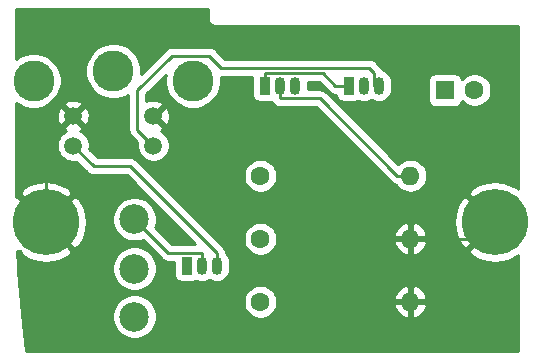
<source format=gbr>
G04 #@! TF.GenerationSoftware,KiCad,Pcbnew,(5.1.4)-1*
G04 #@! TF.CreationDate,2020-05-22T23:55:23+02:00*
G04 #@! TF.ProjectId,S-VHS ZX Spectrum,532d5648-5320-45a5-9820-537065637472,rev?*
G04 #@! TF.SameCoordinates,Original*
G04 #@! TF.FileFunction,Copper,L1,Top*
G04 #@! TF.FilePolarity,Positive*
%FSLAX46Y46*%
G04 Gerber Fmt 4.6, Leading zero omitted, Abs format (unit mm)*
G04 Created by KiCad (PCBNEW (5.1.4)-1) date 2020-05-22 23:55:23*
%MOMM*%
%LPD*%
G04 APERTURE LIST*
%ADD10C,1.500000*%
%ADD11C,3.465000*%
%ADD12R,1.600000X1.600000*%
%ADD13C,1.600000*%
%ADD14O,1.600000X1.600000*%
%ADD15C,5.600000*%
%ADD16C,2.499360*%
%ADD17R,0.900000X1.500000*%
%ADD18O,0.900000X1.500000*%
%ADD19C,0.250000*%
%ADD20C,0.254000*%
G04 APERTURE END LIST*
D10*
X141240000Y-93504000D03*
X148040000Y-93504000D03*
X141240000Y-96004000D03*
X148040000Y-96004000D03*
D11*
X137890000Y-90504000D03*
X144640000Y-89704000D03*
X151390000Y-90504000D03*
D12*
X172720000Y-91313000D03*
D13*
X175220000Y-91313000D03*
X157099000Y-103886000D03*
D14*
X169799000Y-103886000D03*
D15*
X138938000Y-102489000D03*
X176950000Y-102489000D03*
D16*
X146431000Y-102235000D03*
X146431000Y-106426000D03*
X146431000Y-110490000D03*
D17*
X150876000Y-106172000D03*
D18*
X153416000Y-106172000D03*
X152146000Y-106172000D03*
X158750000Y-90932000D03*
X160020000Y-90932000D03*
D17*
X157480000Y-90932000D03*
X164592000Y-90932000D03*
D18*
X167132000Y-90932000D03*
X165862000Y-90932000D03*
D14*
X169799000Y-98552000D03*
D13*
X157099000Y-98552000D03*
D14*
X169799000Y-109220000D03*
D13*
X157099000Y-109220000D03*
D19*
X169799000Y-98552000D02*
X168673700Y-98552000D01*
X158750000Y-90932000D02*
X158750000Y-92007300D01*
X158750000Y-92007300D02*
X162129000Y-92007300D01*
X162129000Y-92007300D02*
X168673700Y-98552000D01*
X169799000Y-103886000D02*
X168673700Y-103886000D01*
X168673700Y-103886000D02*
X160291700Y-95504000D01*
X175553000Y-103886000D02*
X176950000Y-102489000D01*
X169799000Y-103886000D02*
X175553000Y-103886000D01*
X150040000Y-95504000D02*
X148040000Y-93504000D01*
X160291700Y-95504000D02*
X150040000Y-95504000D01*
X138938000Y-95806000D02*
X141240000Y-93504000D01*
X138938000Y-102489000D02*
X138938000Y-95806000D01*
X141490001Y-96253999D02*
X141213204Y-96253999D01*
X153416000Y-105096700D02*
X153416000Y-106172000D01*
X146073299Y-97753999D02*
X153416000Y-105096700D01*
X142989999Y-97753999D02*
X141240000Y-96004000D01*
X146073299Y-97753999D02*
X142989999Y-97753999D01*
X166751000Y-89856700D02*
X166300600Y-89406300D01*
X166751000Y-90932000D02*
X166751000Y-89856700D01*
X166300600Y-89406300D02*
X153798700Y-89406300D01*
X153798700Y-89406300D02*
X152781000Y-88388600D01*
X152781000Y-88388600D02*
X149602600Y-88388600D01*
X149602600Y-88388600D02*
X146685000Y-91306200D01*
X146685000Y-94649000D02*
X148040000Y-96004000D01*
X146685000Y-91306200D02*
X146685000Y-94649000D01*
X152146000Y-106172000D02*
X152146000Y-105096700D01*
X152146000Y-105096700D02*
X149292700Y-105096700D01*
X149292700Y-105096700D02*
X146431000Y-102235000D01*
X164211000Y-90932000D02*
X163435700Y-90932000D01*
X157480000Y-90932000D02*
X157480000Y-89856700D01*
X157480000Y-89856700D02*
X162360400Y-89856700D01*
X162360400Y-89856700D02*
X163435700Y-90932000D01*
D20*
G36*
X152629000Y-85184580D02*
G01*
X152625807Y-85217000D01*
X152638550Y-85346383D01*
X152676290Y-85470793D01*
X152737575Y-85585450D01*
X152820052Y-85685948D01*
X152920550Y-85768425D01*
X153035207Y-85829710D01*
X153159617Y-85867450D01*
X153289000Y-85880193D01*
X153321419Y-85877000D01*
X178918000Y-85877000D01*
X178918001Y-99686069D01*
X178874692Y-99623823D01*
X178278741Y-99303388D01*
X177631727Y-99105374D01*
X176958516Y-99037390D01*
X176284977Y-99102051D01*
X175636994Y-99296870D01*
X175039470Y-99614361D01*
X175025308Y-99623823D01*
X174713124Y-100072519D01*
X176950000Y-102309395D01*
X176964143Y-102295253D01*
X177143748Y-102474858D01*
X177129605Y-102489000D01*
X177143748Y-102503143D01*
X176964143Y-102682748D01*
X176950000Y-102668605D01*
X174713124Y-104905481D01*
X175025308Y-105354177D01*
X175621259Y-105674612D01*
X176268273Y-105872626D01*
X176941484Y-105940610D01*
X177615023Y-105875949D01*
X178263006Y-105681130D01*
X178860530Y-105363639D01*
X178874692Y-105354177D01*
X178918001Y-105291930D01*
X178918001Y-113386000D01*
X137248430Y-113386000D01*
X136935802Y-110304375D01*
X144546320Y-110304375D01*
X144546320Y-110675625D01*
X144618747Y-111039741D01*
X144760818Y-111382731D01*
X144967074Y-111691413D01*
X145229587Y-111953926D01*
X145538269Y-112160182D01*
X145881259Y-112302253D01*
X146245375Y-112374680D01*
X146616625Y-112374680D01*
X146980741Y-112302253D01*
X147323731Y-112160182D01*
X147632413Y-111953926D01*
X147894926Y-111691413D01*
X148101182Y-111382731D01*
X148243253Y-111039741D01*
X148315680Y-110675625D01*
X148315680Y-110304375D01*
X148243253Y-109940259D01*
X148101182Y-109597269D01*
X147894926Y-109288587D01*
X147685004Y-109078665D01*
X155664000Y-109078665D01*
X155664000Y-109361335D01*
X155719147Y-109638574D01*
X155827320Y-109899727D01*
X155984363Y-110134759D01*
X156184241Y-110334637D01*
X156419273Y-110491680D01*
X156680426Y-110599853D01*
X156957665Y-110655000D01*
X157240335Y-110655000D01*
X157517574Y-110599853D01*
X157778727Y-110491680D01*
X158013759Y-110334637D01*
X158213637Y-110134759D01*
X158370680Y-109899727D01*
X158478853Y-109638574D01*
X158492684Y-109569039D01*
X168407096Y-109569039D01*
X168447754Y-109703087D01*
X168567963Y-109957420D01*
X168735481Y-110183414D01*
X168943869Y-110372385D01*
X169185119Y-110517070D01*
X169449960Y-110611909D01*
X169672000Y-110490624D01*
X169672000Y-109347000D01*
X169926000Y-109347000D01*
X169926000Y-110490624D01*
X170148040Y-110611909D01*
X170412881Y-110517070D01*
X170654131Y-110372385D01*
X170862519Y-110183414D01*
X171030037Y-109957420D01*
X171150246Y-109703087D01*
X171190904Y-109569039D01*
X171068915Y-109347000D01*
X169926000Y-109347000D01*
X169672000Y-109347000D01*
X168529085Y-109347000D01*
X168407096Y-109569039D01*
X158492684Y-109569039D01*
X158534000Y-109361335D01*
X158534000Y-109078665D01*
X158492685Y-108870961D01*
X168407096Y-108870961D01*
X168529085Y-109093000D01*
X169672000Y-109093000D01*
X169672000Y-107949376D01*
X169926000Y-107949376D01*
X169926000Y-109093000D01*
X171068915Y-109093000D01*
X171190904Y-108870961D01*
X171150246Y-108736913D01*
X171030037Y-108482580D01*
X170862519Y-108256586D01*
X170654131Y-108067615D01*
X170412881Y-107922930D01*
X170148040Y-107828091D01*
X169926000Y-107949376D01*
X169672000Y-107949376D01*
X169449960Y-107828091D01*
X169185119Y-107922930D01*
X168943869Y-108067615D01*
X168735481Y-108256586D01*
X168567963Y-108482580D01*
X168447754Y-108736913D01*
X168407096Y-108870961D01*
X158492685Y-108870961D01*
X158478853Y-108801426D01*
X158370680Y-108540273D01*
X158213637Y-108305241D01*
X158013759Y-108105363D01*
X157778727Y-107948320D01*
X157517574Y-107840147D01*
X157240335Y-107785000D01*
X156957665Y-107785000D01*
X156680426Y-107840147D01*
X156419273Y-107948320D01*
X156184241Y-108105363D01*
X155984363Y-108305241D01*
X155827320Y-108540273D01*
X155719147Y-108801426D01*
X155664000Y-109078665D01*
X147685004Y-109078665D01*
X147632413Y-109026074D01*
X147323731Y-108819818D01*
X146980741Y-108677747D01*
X146616625Y-108605320D01*
X146245375Y-108605320D01*
X145881259Y-108677747D01*
X145538269Y-108819818D01*
X145229587Y-109026074D01*
X144967074Y-109288587D01*
X144760818Y-109597269D01*
X144618747Y-109940259D01*
X144546320Y-110304375D01*
X136935802Y-110304375D01*
X136560079Y-106600825D01*
X136549478Y-106240375D01*
X144546320Y-106240375D01*
X144546320Y-106611625D01*
X144618747Y-106975741D01*
X144760818Y-107318731D01*
X144967074Y-107627413D01*
X145229587Y-107889926D01*
X145538269Y-108096182D01*
X145881259Y-108238253D01*
X146245375Y-108310680D01*
X146616625Y-108310680D01*
X146980741Y-108238253D01*
X147323731Y-108096182D01*
X147632413Y-107889926D01*
X147894926Y-107627413D01*
X148101182Y-107318731D01*
X148243253Y-106975741D01*
X148315680Y-106611625D01*
X148315680Y-106240375D01*
X148243253Y-105876259D01*
X148101182Y-105533269D01*
X147894926Y-105224587D01*
X147632413Y-104962074D01*
X147323731Y-104755818D01*
X146980741Y-104613747D01*
X146616625Y-104541320D01*
X146245375Y-104541320D01*
X145881259Y-104613747D01*
X145538269Y-104755818D01*
X145229587Y-104962074D01*
X144967074Y-105224587D01*
X144760818Y-105533269D01*
X144618747Y-105876259D01*
X144546320Y-106240375D01*
X136549478Y-106240375D01*
X136511313Y-104942773D01*
X136587574Y-105019034D01*
X136701125Y-104905483D01*
X137013308Y-105354177D01*
X137609259Y-105674612D01*
X138256273Y-105872626D01*
X138929484Y-105940610D01*
X139603023Y-105875949D01*
X140251006Y-105681130D01*
X140848530Y-105363639D01*
X140862692Y-105354177D01*
X141174876Y-104905481D01*
X138938000Y-102668605D01*
X138923858Y-102682748D01*
X138744253Y-102503143D01*
X138758395Y-102489000D01*
X139117605Y-102489000D01*
X141354481Y-104725876D01*
X141803177Y-104413692D01*
X142123612Y-103817741D01*
X142321626Y-103170727D01*
X142389610Y-102497516D01*
X142324949Y-101823977D01*
X142130130Y-101175994D01*
X141812639Y-100578470D01*
X141803177Y-100564308D01*
X141354481Y-100252124D01*
X139117605Y-102489000D01*
X138758395Y-102489000D01*
X136521519Y-100252124D01*
X136423000Y-100320669D01*
X136423000Y-100072519D01*
X136701124Y-100072519D01*
X138938000Y-102309395D01*
X141174876Y-100072519D01*
X140862692Y-99623823D01*
X140266741Y-99303388D01*
X139619727Y-99105374D01*
X138946516Y-99037390D01*
X138272977Y-99102051D01*
X137624994Y-99296870D01*
X137027470Y-99614361D01*
X137013308Y-99623823D01*
X136701124Y-100072519D01*
X136423000Y-100072519D01*
X136423000Y-95867589D01*
X139855000Y-95867589D01*
X139855000Y-96140411D01*
X139908225Y-96407989D01*
X140012629Y-96660043D01*
X140164201Y-96886886D01*
X140357114Y-97079799D01*
X140583957Y-97231371D01*
X140836011Y-97335775D01*
X141103589Y-97389000D01*
X141376411Y-97389000D01*
X141521365Y-97360167D01*
X142426199Y-98265001D01*
X142449998Y-98294000D01*
X142565723Y-98388973D01*
X142697752Y-98459545D01*
X142841013Y-98503002D01*
X142952666Y-98513999D01*
X142952675Y-98513999D01*
X142989998Y-98517675D01*
X143027321Y-98513999D01*
X145758498Y-98513999D01*
X151581198Y-104336700D01*
X149607502Y-104336700D01*
X148188274Y-102917472D01*
X148243253Y-102784741D01*
X148315680Y-102420625D01*
X148315680Y-102049375D01*
X148243253Y-101685259D01*
X148101182Y-101342269D01*
X147894926Y-101033587D01*
X147632413Y-100771074D01*
X147323731Y-100564818D01*
X146980741Y-100422747D01*
X146616625Y-100350320D01*
X146245375Y-100350320D01*
X145881259Y-100422747D01*
X145538269Y-100564818D01*
X145229587Y-100771074D01*
X144967074Y-101033587D01*
X144760818Y-101342269D01*
X144618747Y-101685259D01*
X144546320Y-102049375D01*
X144546320Y-102420625D01*
X144618747Y-102784741D01*
X144760818Y-103127731D01*
X144967074Y-103436413D01*
X145229587Y-103698926D01*
X145538269Y-103905182D01*
X145881259Y-104047253D01*
X146245375Y-104119680D01*
X146616625Y-104119680D01*
X146980741Y-104047253D01*
X147113472Y-103992274D01*
X148728901Y-105607703D01*
X148752699Y-105636701D01*
X148781697Y-105660499D01*
X148868423Y-105731674D01*
X148906353Y-105751948D01*
X149000453Y-105802246D01*
X149143714Y-105845703D01*
X149255367Y-105856700D01*
X149255377Y-105856700D01*
X149292700Y-105860376D01*
X149330023Y-105856700D01*
X149787928Y-105856700D01*
X149787928Y-106922000D01*
X149800188Y-107046482D01*
X149836498Y-107166180D01*
X149895463Y-107276494D01*
X149974815Y-107373185D01*
X150071506Y-107452537D01*
X150181820Y-107511502D01*
X150301518Y-107547812D01*
X150426000Y-107560072D01*
X151326000Y-107560072D01*
X151450482Y-107547812D01*
X151570180Y-107511502D01*
X151679640Y-107452993D01*
X151728780Y-107479259D01*
X151933303Y-107541300D01*
X152146000Y-107562249D01*
X152358696Y-107541300D01*
X152563219Y-107479259D01*
X152751710Y-107378509D01*
X152781000Y-107354471D01*
X152810290Y-107378509D01*
X152998780Y-107479259D01*
X153203303Y-107541300D01*
X153416000Y-107562249D01*
X153628696Y-107541300D01*
X153833219Y-107479259D01*
X154021710Y-107378509D01*
X154186922Y-107242922D01*
X154322509Y-107077710D01*
X154423259Y-106889220D01*
X154485300Y-106684697D01*
X154501000Y-106525294D01*
X154501000Y-105818707D01*
X154485300Y-105659304D01*
X154423259Y-105454781D01*
X154322509Y-105266290D01*
X154186922Y-105101078D01*
X154179508Y-105094993D01*
X154176000Y-105059376D01*
X154176000Y-105059367D01*
X154165003Y-104947714D01*
X154121546Y-104804453D01*
X154050974Y-104672424D01*
X153956001Y-104556699D01*
X153927004Y-104532902D01*
X153138767Y-103744665D01*
X155664000Y-103744665D01*
X155664000Y-104027335D01*
X155719147Y-104304574D01*
X155827320Y-104565727D01*
X155984363Y-104800759D01*
X156184241Y-105000637D01*
X156419273Y-105157680D01*
X156680426Y-105265853D01*
X156957665Y-105321000D01*
X157240335Y-105321000D01*
X157517574Y-105265853D01*
X157778727Y-105157680D01*
X158013759Y-105000637D01*
X158213637Y-104800759D01*
X158370680Y-104565727D01*
X158478853Y-104304574D01*
X158492684Y-104235039D01*
X168407096Y-104235039D01*
X168447754Y-104369087D01*
X168567963Y-104623420D01*
X168735481Y-104849414D01*
X168943869Y-105038385D01*
X169185119Y-105183070D01*
X169449960Y-105277909D01*
X169672000Y-105156624D01*
X169672000Y-104013000D01*
X169926000Y-104013000D01*
X169926000Y-105156624D01*
X170148040Y-105277909D01*
X170412881Y-105183070D01*
X170654131Y-105038385D01*
X170862519Y-104849414D01*
X171030037Y-104623420D01*
X171150246Y-104369087D01*
X171190904Y-104235039D01*
X171068915Y-104013000D01*
X169926000Y-104013000D01*
X169672000Y-104013000D01*
X168529085Y-104013000D01*
X168407096Y-104235039D01*
X158492684Y-104235039D01*
X158534000Y-104027335D01*
X158534000Y-103744665D01*
X158492685Y-103536961D01*
X168407096Y-103536961D01*
X168529085Y-103759000D01*
X169672000Y-103759000D01*
X169672000Y-102615376D01*
X169926000Y-102615376D01*
X169926000Y-103759000D01*
X171068915Y-103759000D01*
X171190904Y-103536961D01*
X171150246Y-103402913D01*
X171030037Y-103148580D01*
X170862519Y-102922586D01*
X170654131Y-102733615D01*
X170412881Y-102588930D01*
X170148040Y-102494091D01*
X169926000Y-102615376D01*
X169672000Y-102615376D01*
X169449960Y-102494091D01*
X169185119Y-102588930D01*
X168943869Y-102733615D01*
X168735481Y-102922586D01*
X168567963Y-103148580D01*
X168447754Y-103402913D01*
X168407096Y-103536961D01*
X158492685Y-103536961D01*
X158478853Y-103467426D01*
X158370680Y-103206273D01*
X158213637Y-102971241D01*
X158013759Y-102771363D01*
X157778727Y-102614320D01*
X157517574Y-102506147D01*
X157388560Y-102480484D01*
X173498390Y-102480484D01*
X173563051Y-103154023D01*
X173757870Y-103802006D01*
X174075361Y-104399530D01*
X174084823Y-104413692D01*
X174533519Y-104725876D01*
X176770395Y-102489000D01*
X174533519Y-100252124D01*
X174084823Y-100564308D01*
X173764388Y-101160259D01*
X173566374Y-101807273D01*
X173498390Y-102480484D01*
X157388560Y-102480484D01*
X157240335Y-102451000D01*
X156957665Y-102451000D01*
X156680426Y-102506147D01*
X156419273Y-102614320D01*
X156184241Y-102771363D01*
X155984363Y-102971241D01*
X155827320Y-103206273D01*
X155719147Y-103467426D01*
X155664000Y-103744665D01*
X153138767Y-103744665D01*
X147804767Y-98410665D01*
X155664000Y-98410665D01*
X155664000Y-98693335D01*
X155719147Y-98970574D01*
X155827320Y-99231727D01*
X155984363Y-99466759D01*
X156184241Y-99666637D01*
X156419273Y-99823680D01*
X156680426Y-99931853D01*
X156957665Y-99987000D01*
X157240335Y-99987000D01*
X157517574Y-99931853D01*
X157778727Y-99823680D01*
X158013759Y-99666637D01*
X158213637Y-99466759D01*
X158370680Y-99231727D01*
X158478853Y-98970574D01*
X158534000Y-98693335D01*
X158534000Y-98410665D01*
X158478853Y-98133426D01*
X158370680Y-97872273D01*
X158213637Y-97637241D01*
X158013759Y-97437363D01*
X157778727Y-97280320D01*
X157517574Y-97172147D01*
X157240335Y-97117000D01*
X156957665Y-97117000D01*
X156680426Y-97172147D01*
X156419273Y-97280320D01*
X156184241Y-97437363D01*
X155984363Y-97637241D01*
X155827320Y-97872273D01*
X155719147Y-98133426D01*
X155664000Y-98410665D01*
X147804767Y-98410665D01*
X146637103Y-97243002D01*
X146613300Y-97213998D01*
X146497575Y-97119025D01*
X146365546Y-97048453D01*
X146222285Y-97004996D01*
X146110632Y-96993999D01*
X146110621Y-96993999D01*
X146073299Y-96990323D01*
X146035977Y-96993999D01*
X143304801Y-96993999D01*
X142596167Y-96285365D01*
X142625000Y-96140411D01*
X142625000Y-95867589D01*
X142571775Y-95600011D01*
X142467371Y-95347957D01*
X142315799Y-95121114D01*
X142122886Y-94928201D01*
X141896043Y-94776629D01*
X141846574Y-94756139D01*
X141951863Y-94699860D01*
X142017388Y-94460993D01*
X141240000Y-93683605D01*
X140462612Y-94460993D01*
X140528137Y-94699860D01*
X140641201Y-94752918D01*
X140583957Y-94776629D01*
X140357114Y-94928201D01*
X140164201Y-95121114D01*
X140012629Y-95347957D01*
X139908225Y-95600011D01*
X139855000Y-95867589D01*
X136423000Y-95867589D01*
X136423000Y-93576492D01*
X139850188Y-93576492D01*
X139891035Y-93846238D01*
X139983723Y-94102832D01*
X140044140Y-94215863D01*
X140283007Y-94281388D01*
X141060395Y-93504000D01*
X141419605Y-93504000D01*
X142196993Y-94281388D01*
X142435860Y-94215863D01*
X142551760Y-93968884D01*
X142617250Y-93704040D01*
X142629812Y-93431508D01*
X142588965Y-93161762D01*
X142496277Y-92905168D01*
X142435860Y-92792137D01*
X142196993Y-92726612D01*
X141419605Y-93504000D01*
X141060395Y-93504000D01*
X140283007Y-92726612D01*
X140044140Y-92792137D01*
X139928240Y-93039116D01*
X139862750Y-93303960D01*
X139850188Y-93576492D01*
X136423000Y-93576492D01*
X136423000Y-92371150D01*
X136768568Y-92602051D01*
X137199426Y-92780518D01*
X137656822Y-92871500D01*
X138123178Y-92871500D01*
X138580574Y-92780518D01*
X139011432Y-92602051D01*
X139093811Y-92547007D01*
X140462612Y-92547007D01*
X141240000Y-93324395D01*
X142017388Y-92547007D01*
X141951863Y-92308140D01*
X141704884Y-92192240D01*
X141440040Y-92126750D01*
X141167508Y-92114188D01*
X140897762Y-92155035D01*
X140641168Y-92247723D01*
X140528137Y-92308140D01*
X140462612Y-92547007D01*
X139093811Y-92547007D01*
X139399193Y-92342957D01*
X139728957Y-92013193D01*
X139988051Y-91625432D01*
X140166518Y-91194574D01*
X140257500Y-90737178D01*
X140257500Y-90270822D01*
X140166518Y-89813426D01*
X140024607Y-89470822D01*
X142272500Y-89470822D01*
X142272500Y-89937178D01*
X142363482Y-90394574D01*
X142541949Y-90825432D01*
X142801043Y-91213193D01*
X143130807Y-91542957D01*
X143518568Y-91802051D01*
X143949426Y-91980518D01*
X144406822Y-92071500D01*
X144873178Y-92071500D01*
X145330574Y-91980518D01*
X145761432Y-91802051D01*
X145925000Y-91692758D01*
X145925001Y-94611668D01*
X145921324Y-94649000D01*
X145925001Y-94686333D01*
X145933895Y-94776629D01*
X145935998Y-94797985D01*
X145979454Y-94941246D01*
X146050026Y-95073276D01*
X146121201Y-95160002D01*
X146145000Y-95189001D01*
X146173998Y-95212799D01*
X146683833Y-95722635D01*
X146655000Y-95867589D01*
X146655000Y-96140411D01*
X146708225Y-96407989D01*
X146812629Y-96660043D01*
X146964201Y-96886886D01*
X147157114Y-97079799D01*
X147383957Y-97231371D01*
X147636011Y-97335775D01*
X147903589Y-97389000D01*
X148176411Y-97389000D01*
X148443989Y-97335775D01*
X148696043Y-97231371D01*
X148922886Y-97079799D01*
X149115799Y-96886886D01*
X149267371Y-96660043D01*
X149371775Y-96407989D01*
X149425000Y-96140411D01*
X149425000Y-95867589D01*
X149371775Y-95600011D01*
X149267371Y-95347957D01*
X149115799Y-95121114D01*
X148922886Y-94928201D01*
X148696043Y-94776629D01*
X148646574Y-94756139D01*
X148751863Y-94699860D01*
X148817388Y-94460993D01*
X148040000Y-93683605D01*
X148025858Y-93697748D01*
X147846253Y-93518143D01*
X147860395Y-93504000D01*
X148219605Y-93504000D01*
X148996993Y-94281388D01*
X149235860Y-94215863D01*
X149351760Y-93968884D01*
X149417250Y-93704040D01*
X149429812Y-93431508D01*
X149388965Y-93161762D01*
X149296277Y-92905168D01*
X149235860Y-92792137D01*
X148996993Y-92726612D01*
X148219605Y-93504000D01*
X147860395Y-93504000D01*
X147846253Y-93489858D01*
X148025858Y-93310253D01*
X148040000Y-93324395D01*
X148817388Y-92547007D01*
X148751863Y-92308140D01*
X148504884Y-92192240D01*
X148240040Y-92126750D01*
X147967508Y-92114188D01*
X147697762Y-92155035D01*
X147445000Y-92246339D01*
X147445000Y-91621001D01*
X149078944Y-89987058D01*
X149022500Y-90270822D01*
X149022500Y-90737178D01*
X149113482Y-91194574D01*
X149291949Y-91625432D01*
X149551043Y-92013193D01*
X149880807Y-92342957D01*
X150268568Y-92602051D01*
X150699426Y-92780518D01*
X151156822Y-92871500D01*
X151623178Y-92871500D01*
X152080574Y-92780518D01*
X152511432Y-92602051D01*
X152899193Y-92342957D01*
X153228957Y-92013193D01*
X153488051Y-91625432D01*
X153666518Y-91194574D01*
X153757500Y-90737178D01*
X153757500Y-90270822D01*
X153736216Y-90163823D01*
X153761367Y-90166300D01*
X153761376Y-90166300D01*
X153798699Y-90169976D01*
X153836022Y-90166300D01*
X156393474Y-90166300D01*
X156391928Y-90182000D01*
X156391928Y-91682000D01*
X156404188Y-91806482D01*
X156440498Y-91926180D01*
X156499463Y-92036494D01*
X156578815Y-92133185D01*
X156675506Y-92212537D01*
X156785820Y-92271502D01*
X156905518Y-92307812D01*
X157030000Y-92320072D01*
X157930000Y-92320072D01*
X158049152Y-92308337D01*
X158115026Y-92431576D01*
X158209999Y-92547301D01*
X158325724Y-92642274D01*
X158457753Y-92712846D01*
X158601014Y-92756303D01*
X158712667Y-92767300D01*
X158750000Y-92770977D01*
X158787333Y-92767300D01*
X161814199Y-92767300D01*
X168109901Y-99063003D01*
X168133699Y-99092001D01*
X168162697Y-99115799D01*
X168249424Y-99186974D01*
X168381453Y-99257546D01*
X168524714Y-99301003D01*
X168574861Y-99305942D01*
X168600068Y-99353101D01*
X168779392Y-99571608D01*
X168997899Y-99750932D01*
X169247192Y-99884182D01*
X169517691Y-99966236D01*
X169728508Y-99987000D01*
X169869492Y-99987000D01*
X170080309Y-99966236D01*
X170350808Y-99884182D01*
X170600101Y-99750932D01*
X170818608Y-99571608D01*
X170997932Y-99353101D01*
X171131182Y-99103808D01*
X171213236Y-98833309D01*
X171240943Y-98552000D01*
X171213236Y-98270691D01*
X171131182Y-98000192D01*
X170997932Y-97750899D01*
X170818608Y-97532392D01*
X170600101Y-97353068D01*
X170350808Y-97219818D01*
X170080309Y-97137764D01*
X169869492Y-97117000D01*
X169728508Y-97117000D01*
X169517691Y-97137764D01*
X169247192Y-97219818D01*
X168997899Y-97353068D01*
X168779392Y-97532392D01*
X168756630Y-97560128D01*
X162692804Y-91496303D01*
X162669001Y-91467299D01*
X162553276Y-91372326D01*
X162421247Y-91301754D01*
X162277986Y-91258297D01*
X162166333Y-91247300D01*
X162166322Y-91247300D01*
X162129000Y-91243624D01*
X162091678Y-91247300D01*
X161105000Y-91247300D01*
X161105000Y-90616700D01*
X162045599Y-90616700D01*
X162871901Y-91443003D01*
X162895699Y-91472001D01*
X163011424Y-91566974D01*
X163143453Y-91637546D01*
X163286714Y-91681003D01*
X163398367Y-91692000D01*
X163398377Y-91692000D01*
X163435700Y-91695676D01*
X163473023Y-91692000D01*
X163504913Y-91692000D01*
X163516188Y-91806482D01*
X163552498Y-91926180D01*
X163611463Y-92036494D01*
X163690815Y-92133185D01*
X163787506Y-92212537D01*
X163897820Y-92271502D01*
X164017518Y-92307812D01*
X164142000Y-92320072D01*
X165042000Y-92320072D01*
X165166482Y-92307812D01*
X165286180Y-92271502D01*
X165395640Y-92212993D01*
X165444780Y-92239259D01*
X165649303Y-92301300D01*
X165862000Y-92322249D01*
X166074696Y-92301300D01*
X166279219Y-92239259D01*
X166467710Y-92138509D01*
X166497000Y-92114471D01*
X166526290Y-92138509D01*
X166714780Y-92239259D01*
X166919303Y-92301300D01*
X167132000Y-92322249D01*
X167344696Y-92301300D01*
X167549219Y-92239259D01*
X167737710Y-92138509D01*
X167902922Y-92002922D01*
X168038509Y-91837710D01*
X168139259Y-91649220D01*
X168201300Y-91444697D01*
X168217000Y-91285294D01*
X168217000Y-90578707D01*
X168210529Y-90513000D01*
X171281928Y-90513000D01*
X171281928Y-92113000D01*
X171294188Y-92237482D01*
X171330498Y-92357180D01*
X171389463Y-92467494D01*
X171468815Y-92564185D01*
X171565506Y-92643537D01*
X171675820Y-92702502D01*
X171795518Y-92738812D01*
X171920000Y-92751072D01*
X173520000Y-92751072D01*
X173644482Y-92738812D01*
X173764180Y-92702502D01*
X173874494Y-92643537D01*
X173971185Y-92564185D01*
X174050537Y-92467494D01*
X174109502Y-92357180D01*
X174138661Y-92261057D01*
X174305241Y-92427637D01*
X174540273Y-92584680D01*
X174801426Y-92692853D01*
X175078665Y-92748000D01*
X175361335Y-92748000D01*
X175638574Y-92692853D01*
X175899727Y-92584680D01*
X176134759Y-92427637D01*
X176334637Y-92227759D01*
X176491680Y-91992727D01*
X176599853Y-91731574D01*
X176655000Y-91454335D01*
X176655000Y-91171665D01*
X176599853Y-90894426D01*
X176491680Y-90633273D01*
X176334637Y-90398241D01*
X176134759Y-90198363D01*
X175899727Y-90041320D01*
X175638574Y-89933147D01*
X175361335Y-89878000D01*
X175078665Y-89878000D01*
X174801426Y-89933147D01*
X174540273Y-90041320D01*
X174305241Y-90198363D01*
X174138661Y-90364943D01*
X174109502Y-90268820D01*
X174050537Y-90158506D01*
X173971185Y-90061815D01*
X173874494Y-89982463D01*
X173764180Y-89923498D01*
X173644482Y-89887188D01*
X173520000Y-89874928D01*
X171920000Y-89874928D01*
X171795518Y-89887188D01*
X171675820Y-89923498D01*
X171565506Y-89982463D01*
X171468815Y-90061815D01*
X171389463Y-90158506D01*
X171330498Y-90268820D01*
X171294188Y-90388518D01*
X171281928Y-90513000D01*
X168210529Y-90513000D01*
X168201300Y-90419304D01*
X168139259Y-90214781D01*
X168038509Y-90026290D01*
X167902922Y-89861078D01*
X167737710Y-89725491D01*
X167549220Y-89624741D01*
X167467295Y-89599890D01*
X167456546Y-89564453D01*
X167385974Y-89432424D01*
X167291001Y-89316699D01*
X167261997Y-89292896D01*
X166864404Y-88895303D01*
X166840601Y-88866299D01*
X166724876Y-88771326D01*
X166592847Y-88700754D01*
X166449586Y-88657297D01*
X166337933Y-88646300D01*
X166337922Y-88646300D01*
X166300600Y-88642624D01*
X166263278Y-88646300D01*
X154113502Y-88646300D01*
X153344804Y-87877602D01*
X153321001Y-87848599D01*
X153205276Y-87753626D01*
X153073247Y-87683054D01*
X152929986Y-87639597D01*
X152818333Y-87628600D01*
X152818322Y-87628600D01*
X152781000Y-87624924D01*
X152743678Y-87628600D01*
X149639922Y-87628600D01*
X149602599Y-87624924D01*
X149565276Y-87628600D01*
X149565267Y-87628600D01*
X149453614Y-87639597D01*
X149310353Y-87683054D01*
X149178324Y-87753626D01*
X149178322Y-87753627D01*
X149178323Y-87753627D01*
X149091596Y-87824801D01*
X149091592Y-87824805D01*
X149062599Y-87848599D01*
X149038805Y-87877592D01*
X147007500Y-89908898D01*
X147007500Y-89470822D01*
X146916518Y-89013426D01*
X146738051Y-88582568D01*
X146478957Y-88194807D01*
X146149193Y-87865043D01*
X145761432Y-87605949D01*
X145330574Y-87427482D01*
X144873178Y-87336500D01*
X144406822Y-87336500D01*
X143949426Y-87427482D01*
X143518568Y-87605949D01*
X143130807Y-87865043D01*
X142801043Y-88194807D01*
X142541949Y-88582568D01*
X142363482Y-89013426D01*
X142272500Y-89470822D01*
X140024607Y-89470822D01*
X139988051Y-89382568D01*
X139728957Y-88994807D01*
X139399193Y-88665043D01*
X139011432Y-88405949D01*
X138580574Y-88227482D01*
X138123178Y-88136500D01*
X137656822Y-88136500D01*
X137199426Y-88227482D01*
X136768568Y-88405949D01*
X136423000Y-88636850D01*
X136423000Y-84480000D01*
X152629001Y-84480000D01*
X152629000Y-85184580D01*
X152629000Y-85184580D01*
G37*
X152629000Y-85184580D02*
X152625807Y-85217000D01*
X152638550Y-85346383D01*
X152676290Y-85470793D01*
X152737575Y-85585450D01*
X152820052Y-85685948D01*
X152920550Y-85768425D01*
X153035207Y-85829710D01*
X153159617Y-85867450D01*
X153289000Y-85880193D01*
X153321419Y-85877000D01*
X178918000Y-85877000D01*
X178918001Y-99686069D01*
X178874692Y-99623823D01*
X178278741Y-99303388D01*
X177631727Y-99105374D01*
X176958516Y-99037390D01*
X176284977Y-99102051D01*
X175636994Y-99296870D01*
X175039470Y-99614361D01*
X175025308Y-99623823D01*
X174713124Y-100072519D01*
X176950000Y-102309395D01*
X176964143Y-102295253D01*
X177143748Y-102474858D01*
X177129605Y-102489000D01*
X177143748Y-102503143D01*
X176964143Y-102682748D01*
X176950000Y-102668605D01*
X174713124Y-104905481D01*
X175025308Y-105354177D01*
X175621259Y-105674612D01*
X176268273Y-105872626D01*
X176941484Y-105940610D01*
X177615023Y-105875949D01*
X178263006Y-105681130D01*
X178860530Y-105363639D01*
X178874692Y-105354177D01*
X178918001Y-105291930D01*
X178918001Y-113386000D01*
X137248430Y-113386000D01*
X136935802Y-110304375D01*
X144546320Y-110304375D01*
X144546320Y-110675625D01*
X144618747Y-111039741D01*
X144760818Y-111382731D01*
X144967074Y-111691413D01*
X145229587Y-111953926D01*
X145538269Y-112160182D01*
X145881259Y-112302253D01*
X146245375Y-112374680D01*
X146616625Y-112374680D01*
X146980741Y-112302253D01*
X147323731Y-112160182D01*
X147632413Y-111953926D01*
X147894926Y-111691413D01*
X148101182Y-111382731D01*
X148243253Y-111039741D01*
X148315680Y-110675625D01*
X148315680Y-110304375D01*
X148243253Y-109940259D01*
X148101182Y-109597269D01*
X147894926Y-109288587D01*
X147685004Y-109078665D01*
X155664000Y-109078665D01*
X155664000Y-109361335D01*
X155719147Y-109638574D01*
X155827320Y-109899727D01*
X155984363Y-110134759D01*
X156184241Y-110334637D01*
X156419273Y-110491680D01*
X156680426Y-110599853D01*
X156957665Y-110655000D01*
X157240335Y-110655000D01*
X157517574Y-110599853D01*
X157778727Y-110491680D01*
X158013759Y-110334637D01*
X158213637Y-110134759D01*
X158370680Y-109899727D01*
X158478853Y-109638574D01*
X158492684Y-109569039D01*
X168407096Y-109569039D01*
X168447754Y-109703087D01*
X168567963Y-109957420D01*
X168735481Y-110183414D01*
X168943869Y-110372385D01*
X169185119Y-110517070D01*
X169449960Y-110611909D01*
X169672000Y-110490624D01*
X169672000Y-109347000D01*
X169926000Y-109347000D01*
X169926000Y-110490624D01*
X170148040Y-110611909D01*
X170412881Y-110517070D01*
X170654131Y-110372385D01*
X170862519Y-110183414D01*
X171030037Y-109957420D01*
X171150246Y-109703087D01*
X171190904Y-109569039D01*
X171068915Y-109347000D01*
X169926000Y-109347000D01*
X169672000Y-109347000D01*
X168529085Y-109347000D01*
X168407096Y-109569039D01*
X158492684Y-109569039D01*
X158534000Y-109361335D01*
X158534000Y-109078665D01*
X158492685Y-108870961D01*
X168407096Y-108870961D01*
X168529085Y-109093000D01*
X169672000Y-109093000D01*
X169672000Y-107949376D01*
X169926000Y-107949376D01*
X169926000Y-109093000D01*
X171068915Y-109093000D01*
X171190904Y-108870961D01*
X171150246Y-108736913D01*
X171030037Y-108482580D01*
X170862519Y-108256586D01*
X170654131Y-108067615D01*
X170412881Y-107922930D01*
X170148040Y-107828091D01*
X169926000Y-107949376D01*
X169672000Y-107949376D01*
X169449960Y-107828091D01*
X169185119Y-107922930D01*
X168943869Y-108067615D01*
X168735481Y-108256586D01*
X168567963Y-108482580D01*
X168447754Y-108736913D01*
X168407096Y-108870961D01*
X158492685Y-108870961D01*
X158478853Y-108801426D01*
X158370680Y-108540273D01*
X158213637Y-108305241D01*
X158013759Y-108105363D01*
X157778727Y-107948320D01*
X157517574Y-107840147D01*
X157240335Y-107785000D01*
X156957665Y-107785000D01*
X156680426Y-107840147D01*
X156419273Y-107948320D01*
X156184241Y-108105363D01*
X155984363Y-108305241D01*
X155827320Y-108540273D01*
X155719147Y-108801426D01*
X155664000Y-109078665D01*
X147685004Y-109078665D01*
X147632413Y-109026074D01*
X147323731Y-108819818D01*
X146980741Y-108677747D01*
X146616625Y-108605320D01*
X146245375Y-108605320D01*
X145881259Y-108677747D01*
X145538269Y-108819818D01*
X145229587Y-109026074D01*
X144967074Y-109288587D01*
X144760818Y-109597269D01*
X144618747Y-109940259D01*
X144546320Y-110304375D01*
X136935802Y-110304375D01*
X136560079Y-106600825D01*
X136549478Y-106240375D01*
X144546320Y-106240375D01*
X144546320Y-106611625D01*
X144618747Y-106975741D01*
X144760818Y-107318731D01*
X144967074Y-107627413D01*
X145229587Y-107889926D01*
X145538269Y-108096182D01*
X145881259Y-108238253D01*
X146245375Y-108310680D01*
X146616625Y-108310680D01*
X146980741Y-108238253D01*
X147323731Y-108096182D01*
X147632413Y-107889926D01*
X147894926Y-107627413D01*
X148101182Y-107318731D01*
X148243253Y-106975741D01*
X148315680Y-106611625D01*
X148315680Y-106240375D01*
X148243253Y-105876259D01*
X148101182Y-105533269D01*
X147894926Y-105224587D01*
X147632413Y-104962074D01*
X147323731Y-104755818D01*
X146980741Y-104613747D01*
X146616625Y-104541320D01*
X146245375Y-104541320D01*
X145881259Y-104613747D01*
X145538269Y-104755818D01*
X145229587Y-104962074D01*
X144967074Y-105224587D01*
X144760818Y-105533269D01*
X144618747Y-105876259D01*
X144546320Y-106240375D01*
X136549478Y-106240375D01*
X136511313Y-104942773D01*
X136587574Y-105019034D01*
X136701125Y-104905483D01*
X137013308Y-105354177D01*
X137609259Y-105674612D01*
X138256273Y-105872626D01*
X138929484Y-105940610D01*
X139603023Y-105875949D01*
X140251006Y-105681130D01*
X140848530Y-105363639D01*
X140862692Y-105354177D01*
X141174876Y-104905481D01*
X138938000Y-102668605D01*
X138923858Y-102682748D01*
X138744253Y-102503143D01*
X138758395Y-102489000D01*
X139117605Y-102489000D01*
X141354481Y-104725876D01*
X141803177Y-104413692D01*
X142123612Y-103817741D01*
X142321626Y-103170727D01*
X142389610Y-102497516D01*
X142324949Y-101823977D01*
X142130130Y-101175994D01*
X141812639Y-100578470D01*
X141803177Y-100564308D01*
X141354481Y-100252124D01*
X139117605Y-102489000D01*
X138758395Y-102489000D01*
X136521519Y-100252124D01*
X136423000Y-100320669D01*
X136423000Y-100072519D01*
X136701124Y-100072519D01*
X138938000Y-102309395D01*
X141174876Y-100072519D01*
X140862692Y-99623823D01*
X140266741Y-99303388D01*
X139619727Y-99105374D01*
X138946516Y-99037390D01*
X138272977Y-99102051D01*
X137624994Y-99296870D01*
X137027470Y-99614361D01*
X137013308Y-99623823D01*
X136701124Y-100072519D01*
X136423000Y-100072519D01*
X136423000Y-95867589D01*
X139855000Y-95867589D01*
X139855000Y-96140411D01*
X139908225Y-96407989D01*
X140012629Y-96660043D01*
X140164201Y-96886886D01*
X140357114Y-97079799D01*
X140583957Y-97231371D01*
X140836011Y-97335775D01*
X141103589Y-97389000D01*
X141376411Y-97389000D01*
X141521365Y-97360167D01*
X142426199Y-98265001D01*
X142449998Y-98294000D01*
X142565723Y-98388973D01*
X142697752Y-98459545D01*
X142841013Y-98503002D01*
X142952666Y-98513999D01*
X142952675Y-98513999D01*
X142989998Y-98517675D01*
X143027321Y-98513999D01*
X145758498Y-98513999D01*
X151581198Y-104336700D01*
X149607502Y-104336700D01*
X148188274Y-102917472D01*
X148243253Y-102784741D01*
X148315680Y-102420625D01*
X148315680Y-102049375D01*
X148243253Y-101685259D01*
X148101182Y-101342269D01*
X147894926Y-101033587D01*
X147632413Y-100771074D01*
X147323731Y-100564818D01*
X146980741Y-100422747D01*
X146616625Y-100350320D01*
X146245375Y-100350320D01*
X145881259Y-100422747D01*
X145538269Y-100564818D01*
X145229587Y-100771074D01*
X144967074Y-101033587D01*
X144760818Y-101342269D01*
X144618747Y-101685259D01*
X144546320Y-102049375D01*
X144546320Y-102420625D01*
X144618747Y-102784741D01*
X144760818Y-103127731D01*
X144967074Y-103436413D01*
X145229587Y-103698926D01*
X145538269Y-103905182D01*
X145881259Y-104047253D01*
X146245375Y-104119680D01*
X146616625Y-104119680D01*
X146980741Y-104047253D01*
X147113472Y-103992274D01*
X148728901Y-105607703D01*
X148752699Y-105636701D01*
X148781697Y-105660499D01*
X148868423Y-105731674D01*
X148906353Y-105751948D01*
X149000453Y-105802246D01*
X149143714Y-105845703D01*
X149255367Y-105856700D01*
X149255377Y-105856700D01*
X149292700Y-105860376D01*
X149330023Y-105856700D01*
X149787928Y-105856700D01*
X149787928Y-106922000D01*
X149800188Y-107046482D01*
X149836498Y-107166180D01*
X149895463Y-107276494D01*
X149974815Y-107373185D01*
X150071506Y-107452537D01*
X150181820Y-107511502D01*
X150301518Y-107547812D01*
X150426000Y-107560072D01*
X151326000Y-107560072D01*
X151450482Y-107547812D01*
X151570180Y-107511502D01*
X151679640Y-107452993D01*
X151728780Y-107479259D01*
X151933303Y-107541300D01*
X152146000Y-107562249D01*
X152358696Y-107541300D01*
X152563219Y-107479259D01*
X152751710Y-107378509D01*
X152781000Y-107354471D01*
X152810290Y-107378509D01*
X152998780Y-107479259D01*
X153203303Y-107541300D01*
X153416000Y-107562249D01*
X153628696Y-107541300D01*
X153833219Y-107479259D01*
X154021710Y-107378509D01*
X154186922Y-107242922D01*
X154322509Y-107077710D01*
X154423259Y-106889220D01*
X154485300Y-106684697D01*
X154501000Y-106525294D01*
X154501000Y-105818707D01*
X154485300Y-105659304D01*
X154423259Y-105454781D01*
X154322509Y-105266290D01*
X154186922Y-105101078D01*
X154179508Y-105094993D01*
X154176000Y-105059376D01*
X154176000Y-105059367D01*
X154165003Y-104947714D01*
X154121546Y-104804453D01*
X154050974Y-104672424D01*
X153956001Y-104556699D01*
X153927004Y-104532902D01*
X153138767Y-103744665D01*
X155664000Y-103744665D01*
X155664000Y-104027335D01*
X155719147Y-104304574D01*
X155827320Y-104565727D01*
X155984363Y-104800759D01*
X156184241Y-105000637D01*
X156419273Y-105157680D01*
X156680426Y-105265853D01*
X156957665Y-105321000D01*
X157240335Y-105321000D01*
X157517574Y-105265853D01*
X157778727Y-105157680D01*
X158013759Y-105000637D01*
X158213637Y-104800759D01*
X158370680Y-104565727D01*
X158478853Y-104304574D01*
X158492684Y-104235039D01*
X168407096Y-104235039D01*
X168447754Y-104369087D01*
X168567963Y-104623420D01*
X168735481Y-104849414D01*
X168943869Y-105038385D01*
X169185119Y-105183070D01*
X169449960Y-105277909D01*
X169672000Y-105156624D01*
X169672000Y-104013000D01*
X169926000Y-104013000D01*
X169926000Y-105156624D01*
X170148040Y-105277909D01*
X170412881Y-105183070D01*
X170654131Y-105038385D01*
X170862519Y-104849414D01*
X171030037Y-104623420D01*
X171150246Y-104369087D01*
X171190904Y-104235039D01*
X171068915Y-104013000D01*
X169926000Y-104013000D01*
X169672000Y-104013000D01*
X168529085Y-104013000D01*
X168407096Y-104235039D01*
X158492684Y-104235039D01*
X158534000Y-104027335D01*
X158534000Y-103744665D01*
X158492685Y-103536961D01*
X168407096Y-103536961D01*
X168529085Y-103759000D01*
X169672000Y-103759000D01*
X169672000Y-102615376D01*
X169926000Y-102615376D01*
X169926000Y-103759000D01*
X171068915Y-103759000D01*
X171190904Y-103536961D01*
X171150246Y-103402913D01*
X171030037Y-103148580D01*
X170862519Y-102922586D01*
X170654131Y-102733615D01*
X170412881Y-102588930D01*
X170148040Y-102494091D01*
X169926000Y-102615376D01*
X169672000Y-102615376D01*
X169449960Y-102494091D01*
X169185119Y-102588930D01*
X168943869Y-102733615D01*
X168735481Y-102922586D01*
X168567963Y-103148580D01*
X168447754Y-103402913D01*
X168407096Y-103536961D01*
X158492685Y-103536961D01*
X158478853Y-103467426D01*
X158370680Y-103206273D01*
X158213637Y-102971241D01*
X158013759Y-102771363D01*
X157778727Y-102614320D01*
X157517574Y-102506147D01*
X157388560Y-102480484D01*
X173498390Y-102480484D01*
X173563051Y-103154023D01*
X173757870Y-103802006D01*
X174075361Y-104399530D01*
X174084823Y-104413692D01*
X174533519Y-104725876D01*
X176770395Y-102489000D01*
X174533519Y-100252124D01*
X174084823Y-100564308D01*
X173764388Y-101160259D01*
X173566374Y-101807273D01*
X173498390Y-102480484D01*
X157388560Y-102480484D01*
X157240335Y-102451000D01*
X156957665Y-102451000D01*
X156680426Y-102506147D01*
X156419273Y-102614320D01*
X156184241Y-102771363D01*
X155984363Y-102971241D01*
X155827320Y-103206273D01*
X155719147Y-103467426D01*
X155664000Y-103744665D01*
X153138767Y-103744665D01*
X147804767Y-98410665D01*
X155664000Y-98410665D01*
X155664000Y-98693335D01*
X155719147Y-98970574D01*
X155827320Y-99231727D01*
X155984363Y-99466759D01*
X156184241Y-99666637D01*
X156419273Y-99823680D01*
X156680426Y-99931853D01*
X156957665Y-99987000D01*
X157240335Y-99987000D01*
X157517574Y-99931853D01*
X157778727Y-99823680D01*
X158013759Y-99666637D01*
X158213637Y-99466759D01*
X158370680Y-99231727D01*
X158478853Y-98970574D01*
X158534000Y-98693335D01*
X158534000Y-98410665D01*
X158478853Y-98133426D01*
X158370680Y-97872273D01*
X158213637Y-97637241D01*
X158013759Y-97437363D01*
X157778727Y-97280320D01*
X157517574Y-97172147D01*
X157240335Y-97117000D01*
X156957665Y-97117000D01*
X156680426Y-97172147D01*
X156419273Y-97280320D01*
X156184241Y-97437363D01*
X155984363Y-97637241D01*
X155827320Y-97872273D01*
X155719147Y-98133426D01*
X155664000Y-98410665D01*
X147804767Y-98410665D01*
X146637103Y-97243002D01*
X146613300Y-97213998D01*
X146497575Y-97119025D01*
X146365546Y-97048453D01*
X146222285Y-97004996D01*
X146110632Y-96993999D01*
X146110621Y-96993999D01*
X146073299Y-96990323D01*
X146035977Y-96993999D01*
X143304801Y-96993999D01*
X142596167Y-96285365D01*
X142625000Y-96140411D01*
X142625000Y-95867589D01*
X142571775Y-95600011D01*
X142467371Y-95347957D01*
X142315799Y-95121114D01*
X142122886Y-94928201D01*
X141896043Y-94776629D01*
X141846574Y-94756139D01*
X141951863Y-94699860D01*
X142017388Y-94460993D01*
X141240000Y-93683605D01*
X140462612Y-94460993D01*
X140528137Y-94699860D01*
X140641201Y-94752918D01*
X140583957Y-94776629D01*
X140357114Y-94928201D01*
X140164201Y-95121114D01*
X140012629Y-95347957D01*
X139908225Y-95600011D01*
X139855000Y-95867589D01*
X136423000Y-95867589D01*
X136423000Y-93576492D01*
X139850188Y-93576492D01*
X139891035Y-93846238D01*
X139983723Y-94102832D01*
X140044140Y-94215863D01*
X140283007Y-94281388D01*
X141060395Y-93504000D01*
X141419605Y-93504000D01*
X142196993Y-94281388D01*
X142435860Y-94215863D01*
X142551760Y-93968884D01*
X142617250Y-93704040D01*
X142629812Y-93431508D01*
X142588965Y-93161762D01*
X142496277Y-92905168D01*
X142435860Y-92792137D01*
X142196993Y-92726612D01*
X141419605Y-93504000D01*
X141060395Y-93504000D01*
X140283007Y-92726612D01*
X140044140Y-92792137D01*
X139928240Y-93039116D01*
X139862750Y-93303960D01*
X139850188Y-93576492D01*
X136423000Y-93576492D01*
X136423000Y-92371150D01*
X136768568Y-92602051D01*
X137199426Y-92780518D01*
X137656822Y-92871500D01*
X138123178Y-92871500D01*
X138580574Y-92780518D01*
X139011432Y-92602051D01*
X139093811Y-92547007D01*
X140462612Y-92547007D01*
X141240000Y-93324395D01*
X142017388Y-92547007D01*
X141951863Y-92308140D01*
X141704884Y-92192240D01*
X141440040Y-92126750D01*
X141167508Y-92114188D01*
X140897762Y-92155035D01*
X140641168Y-92247723D01*
X140528137Y-92308140D01*
X140462612Y-92547007D01*
X139093811Y-92547007D01*
X139399193Y-92342957D01*
X139728957Y-92013193D01*
X139988051Y-91625432D01*
X140166518Y-91194574D01*
X140257500Y-90737178D01*
X140257500Y-90270822D01*
X140166518Y-89813426D01*
X140024607Y-89470822D01*
X142272500Y-89470822D01*
X142272500Y-89937178D01*
X142363482Y-90394574D01*
X142541949Y-90825432D01*
X142801043Y-91213193D01*
X143130807Y-91542957D01*
X143518568Y-91802051D01*
X143949426Y-91980518D01*
X144406822Y-92071500D01*
X144873178Y-92071500D01*
X145330574Y-91980518D01*
X145761432Y-91802051D01*
X145925000Y-91692758D01*
X145925001Y-94611668D01*
X145921324Y-94649000D01*
X145925001Y-94686333D01*
X145933895Y-94776629D01*
X145935998Y-94797985D01*
X145979454Y-94941246D01*
X146050026Y-95073276D01*
X146121201Y-95160002D01*
X146145000Y-95189001D01*
X146173998Y-95212799D01*
X146683833Y-95722635D01*
X146655000Y-95867589D01*
X146655000Y-96140411D01*
X146708225Y-96407989D01*
X146812629Y-96660043D01*
X146964201Y-96886886D01*
X147157114Y-97079799D01*
X147383957Y-97231371D01*
X147636011Y-97335775D01*
X147903589Y-97389000D01*
X148176411Y-97389000D01*
X148443989Y-97335775D01*
X148696043Y-97231371D01*
X148922886Y-97079799D01*
X149115799Y-96886886D01*
X149267371Y-96660043D01*
X149371775Y-96407989D01*
X149425000Y-96140411D01*
X149425000Y-95867589D01*
X149371775Y-95600011D01*
X149267371Y-95347957D01*
X149115799Y-95121114D01*
X148922886Y-94928201D01*
X148696043Y-94776629D01*
X148646574Y-94756139D01*
X148751863Y-94699860D01*
X148817388Y-94460993D01*
X148040000Y-93683605D01*
X148025858Y-93697748D01*
X147846253Y-93518143D01*
X147860395Y-93504000D01*
X148219605Y-93504000D01*
X148996993Y-94281388D01*
X149235860Y-94215863D01*
X149351760Y-93968884D01*
X149417250Y-93704040D01*
X149429812Y-93431508D01*
X149388965Y-93161762D01*
X149296277Y-92905168D01*
X149235860Y-92792137D01*
X148996993Y-92726612D01*
X148219605Y-93504000D01*
X147860395Y-93504000D01*
X147846253Y-93489858D01*
X148025858Y-93310253D01*
X148040000Y-93324395D01*
X148817388Y-92547007D01*
X148751863Y-92308140D01*
X148504884Y-92192240D01*
X148240040Y-92126750D01*
X147967508Y-92114188D01*
X147697762Y-92155035D01*
X147445000Y-92246339D01*
X147445000Y-91621001D01*
X149078944Y-89987058D01*
X149022500Y-90270822D01*
X149022500Y-90737178D01*
X149113482Y-91194574D01*
X149291949Y-91625432D01*
X149551043Y-92013193D01*
X149880807Y-92342957D01*
X150268568Y-92602051D01*
X150699426Y-92780518D01*
X151156822Y-92871500D01*
X151623178Y-92871500D01*
X152080574Y-92780518D01*
X152511432Y-92602051D01*
X152899193Y-92342957D01*
X153228957Y-92013193D01*
X153488051Y-91625432D01*
X153666518Y-91194574D01*
X153757500Y-90737178D01*
X153757500Y-90270822D01*
X153736216Y-90163823D01*
X153761367Y-90166300D01*
X153761376Y-90166300D01*
X153798699Y-90169976D01*
X153836022Y-90166300D01*
X156393474Y-90166300D01*
X156391928Y-90182000D01*
X156391928Y-91682000D01*
X156404188Y-91806482D01*
X156440498Y-91926180D01*
X156499463Y-92036494D01*
X156578815Y-92133185D01*
X156675506Y-92212537D01*
X156785820Y-92271502D01*
X156905518Y-92307812D01*
X157030000Y-92320072D01*
X157930000Y-92320072D01*
X158049152Y-92308337D01*
X158115026Y-92431576D01*
X158209999Y-92547301D01*
X158325724Y-92642274D01*
X158457753Y-92712846D01*
X158601014Y-92756303D01*
X158712667Y-92767300D01*
X158750000Y-92770977D01*
X158787333Y-92767300D01*
X161814199Y-92767300D01*
X168109901Y-99063003D01*
X168133699Y-99092001D01*
X168162697Y-99115799D01*
X168249424Y-99186974D01*
X168381453Y-99257546D01*
X168524714Y-99301003D01*
X168574861Y-99305942D01*
X168600068Y-99353101D01*
X168779392Y-99571608D01*
X168997899Y-99750932D01*
X169247192Y-99884182D01*
X169517691Y-99966236D01*
X169728508Y-99987000D01*
X169869492Y-99987000D01*
X170080309Y-99966236D01*
X170350808Y-99884182D01*
X170600101Y-99750932D01*
X170818608Y-99571608D01*
X170997932Y-99353101D01*
X171131182Y-99103808D01*
X171213236Y-98833309D01*
X171240943Y-98552000D01*
X171213236Y-98270691D01*
X171131182Y-98000192D01*
X170997932Y-97750899D01*
X170818608Y-97532392D01*
X170600101Y-97353068D01*
X170350808Y-97219818D01*
X170080309Y-97137764D01*
X169869492Y-97117000D01*
X169728508Y-97117000D01*
X169517691Y-97137764D01*
X169247192Y-97219818D01*
X168997899Y-97353068D01*
X168779392Y-97532392D01*
X168756630Y-97560128D01*
X162692804Y-91496303D01*
X162669001Y-91467299D01*
X162553276Y-91372326D01*
X162421247Y-91301754D01*
X162277986Y-91258297D01*
X162166333Y-91247300D01*
X162166322Y-91247300D01*
X162129000Y-91243624D01*
X162091678Y-91247300D01*
X161105000Y-91247300D01*
X161105000Y-90616700D01*
X162045599Y-90616700D01*
X162871901Y-91443003D01*
X162895699Y-91472001D01*
X163011424Y-91566974D01*
X163143453Y-91637546D01*
X163286714Y-91681003D01*
X163398367Y-91692000D01*
X163398377Y-91692000D01*
X163435700Y-91695676D01*
X163473023Y-91692000D01*
X163504913Y-91692000D01*
X163516188Y-91806482D01*
X163552498Y-91926180D01*
X163611463Y-92036494D01*
X163690815Y-92133185D01*
X163787506Y-92212537D01*
X163897820Y-92271502D01*
X164017518Y-92307812D01*
X164142000Y-92320072D01*
X165042000Y-92320072D01*
X165166482Y-92307812D01*
X165286180Y-92271502D01*
X165395640Y-92212993D01*
X165444780Y-92239259D01*
X165649303Y-92301300D01*
X165862000Y-92322249D01*
X166074696Y-92301300D01*
X166279219Y-92239259D01*
X166467710Y-92138509D01*
X166497000Y-92114471D01*
X166526290Y-92138509D01*
X166714780Y-92239259D01*
X166919303Y-92301300D01*
X167132000Y-92322249D01*
X167344696Y-92301300D01*
X167549219Y-92239259D01*
X167737710Y-92138509D01*
X167902922Y-92002922D01*
X168038509Y-91837710D01*
X168139259Y-91649220D01*
X168201300Y-91444697D01*
X168217000Y-91285294D01*
X168217000Y-90578707D01*
X168210529Y-90513000D01*
X171281928Y-90513000D01*
X171281928Y-92113000D01*
X171294188Y-92237482D01*
X171330498Y-92357180D01*
X171389463Y-92467494D01*
X171468815Y-92564185D01*
X171565506Y-92643537D01*
X171675820Y-92702502D01*
X171795518Y-92738812D01*
X171920000Y-92751072D01*
X173520000Y-92751072D01*
X173644482Y-92738812D01*
X173764180Y-92702502D01*
X173874494Y-92643537D01*
X173971185Y-92564185D01*
X174050537Y-92467494D01*
X174109502Y-92357180D01*
X174138661Y-92261057D01*
X174305241Y-92427637D01*
X174540273Y-92584680D01*
X174801426Y-92692853D01*
X175078665Y-92748000D01*
X175361335Y-92748000D01*
X175638574Y-92692853D01*
X175899727Y-92584680D01*
X176134759Y-92427637D01*
X176334637Y-92227759D01*
X176491680Y-91992727D01*
X176599853Y-91731574D01*
X176655000Y-91454335D01*
X176655000Y-91171665D01*
X176599853Y-90894426D01*
X176491680Y-90633273D01*
X176334637Y-90398241D01*
X176134759Y-90198363D01*
X175899727Y-90041320D01*
X175638574Y-89933147D01*
X175361335Y-89878000D01*
X175078665Y-89878000D01*
X174801426Y-89933147D01*
X174540273Y-90041320D01*
X174305241Y-90198363D01*
X174138661Y-90364943D01*
X174109502Y-90268820D01*
X174050537Y-90158506D01*
X173971185Y-90061815D01*
X173874494Y-89982463D01*
X173764180Y-89923498D01*
X173644482Y-89887188D01*
X173520000Y-89874928D01*
X171920000Y-89874928D01*
X171795518Y-89887188D01*
X171675820Y-89923498D01*
X171565506Y-89982463D01*
X171468815Y-90061815D01*
X171389463Y-90158506D01*
X171330498Y-90268820D01*
X171294188Y-90388518D01*
X171281928Y-90513000D01*
X168210529Y-90513000D01*
X168201300Y-90419304D01*
X168139259Y-90214781D01*
X168038509Y-90026290D01*
X167902922Y-89861078D01*
X167737710Y-89725491D01*
X167549220Y-89624741D01*
X167467295Y-89599890D01*
X167456546Y-89564453D01*
X167385974Y-89432424D01*
X167291001Y-89316699D01*
X167261997Y-89292896D01*
X166864404Y-88895303D01*
X166840601Y-88866299D01*
X166724876Y-88771326D01*
X166592847Y-88700754D01*
X166449586Y-88657297D01*
X166337933Y-88646300D01*
X166337922Y-88646300D01*
X166300600Y-88642624D01*
X166263278Y-88646300D01*
X154113502Y-88646300D01*
X153344804Y-87877602D01*
X153321001Y-87848599D01*
X153205276Y-87753626D01*
X153073247Y-87683054D01*
X152929986Y-87639597D01*
X152818333Y-87628600D01*
X152818322Y-87628600D01*
X152781000Y-87624924D01*
X152743678Y-87628600D01*
X149639922Y-87628600D01*
X149602599Y-87624924D01*
X149565276Y-87628600D01*
X149565267Y-87628600D01*
X149453614Y-87639597D01*
X149310353Y-87683054D01*
X149178324Y-87753626D01*
X149178322Y-87753627D01*
X149178323Y-87753627D01*
X149091596Y-87824801D01*
X149091592Y-87824805D01*
X149062599Y-87848599D01*
X149038805Y-87877592D01*
X147007500Y-89908898D01*
X147007500Y-89470822D01*
X146916518Y-89013426D01*
X146738051Y-88582568D01*
X146478957Y-88194807D01*
X146149193Y-87865043D01*
X145761432Y-87605949D01*
X145330574Y-87427482D01*
X144873178Y-87336500D01*
X144406822Y-87336500D01*
X143949426Y-87427482D01*
X143518568Y-87605949D01*
X143130807Y-87865043D01*
X142801043Y-88194807D01*
X142541949Y-88582568D01*
X142363482Y-89013426D01*
X142272500Y-89470822D01*
X140024607Y-89470822D01*
X139988051Y-89382568D01*
X139728957Y-88994807D01*
X139399193Y-88665043D01*
X139011432Y-88405949D01*
X138580574Y-88227482D01*
X138123178Y-88136500D01*
X137656822Y-88136500D01*
X137199426Y-88227482D01*
X136768568Y-88405949D01*
X136423000Y-88636850D01*
X136423000Y-84480000D01*
X152629001Y-84480000D01*
X152629000Y-85184580D01*
M02*

</source>
